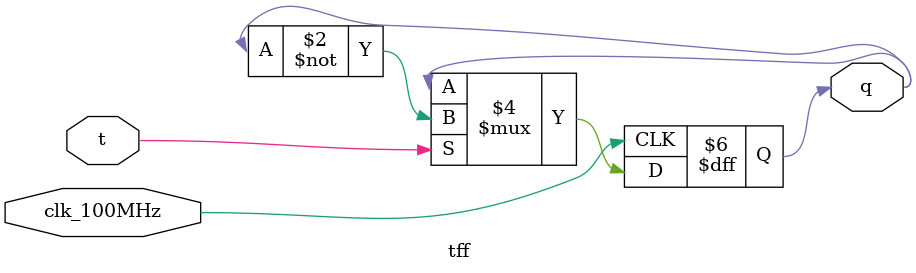
<source format=v>
`timescale 1ns / 1ps


module tff(
input clk_100MHz,
input t,
output reg q
);
always @ (posedge clk_100MHz) begin    
    if (t)q <= ~q;  
    else q <= q;  
    end 
endmodule

</source>
